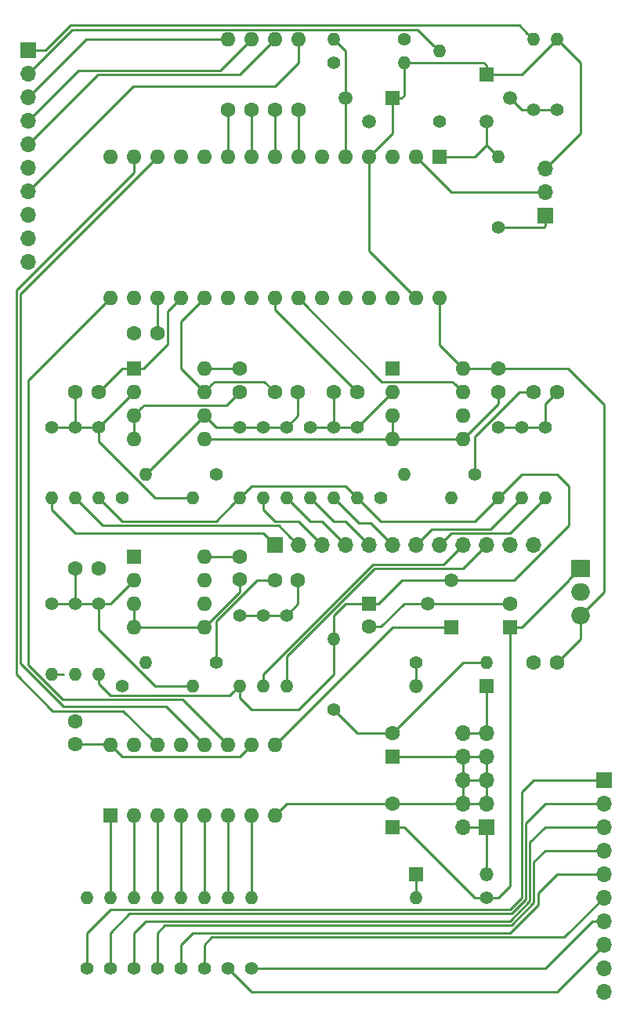
<source format=gbr>
G04 #@! TF.GenerationSoftware,KiCad,Pcbnew,(5.1.5)-3*
G04 #@! TF.CreationDate,2020-03-28T09:43:35+01:00*
G04 #@! TF.ProjectId,GridsNanoV3,47726964-734e-4616-9e6f-56332e6b6963,rev?*
G04 #@! TF.SameCoordinates,Original*
G04 #@! TF.FileFunction,Copper,L2,Bot*
G04 #@! TF.FilePolarity,Positive*
%FSLAX46Y46*%
G04 Gerber Fmt 4.6, Leading zero omitted, Abs format (unit mm)*
G04 Created by KiCad (PCBNEW (5.1.5)-3) date 2020-03-28 09:43:35*
%MOMM*%
%LPD*%
G04 APERTURE LIST*
%ADD10C,1.600000*%
%ADD11O,1.400000X1.400000*%
%ADD12C,1.400000*%
%ADD13O,2.000000X1.905000*%
%ADD14R,2.000000X1.905000*%
%ADD15O,1.600000X1.600000*%
%ADD16R,1.600000X1.600000*%
%ADD17R,1.500000X1.500000*%
%ADD18C,1.500000*%
%ADD19O,1.700000X1.700000*%
%ADD20R,1.700000X1.700000*%
%ADD21O,1.500000X1.500000*%
%ADD22C,0.250000*%
G04 APERTURE END LIST*
D10*
X109260000Y-77470000D03*
X111760000Y-77470000D03*
D11*
X106680000Y-69850000D03*
D12*
X106680000Y-62230000D03*
D11*
X109220000Y-88900000D03*
D12*
X109220000Y-81280000D03*
D10*
X127000000Y-58420000D03*
X127000000Y-55920000D03*
D11*
X111760000Y-88900000D03*
D12*
X111760000Y-81280000D03*
D11*
X149860000Y-69850000D03*
D12*
X142240000Y-69850000D03*
D11*
X121920000Y-90170000D03*
D12*
X114300000Y-90170000D03*
D11*
X144780000Y-67310000D03*
D12*
X152400000Y-67310000D03*
D10*
X133310000Y-78740000D03*
X130810000Y-78740000D03*
D11*
X120650000Y-113030000D03*
D12*
X120650000Y-120650000D03*
D11*
X127000000Y-69850000D03*
D12*
X127000000Y-62230000D03*
D10*
X133310000Y-58420000D03*
X130810000Y-58420000D03*
X109220000Y-93980000D03*
X109220000Y-96480000D03*
D11*
X154940000Y-33020000D03*
D12*
X154940000Y-40640000D03*
D13*
X163830000Y-82550000D03*
X163830000Y-80010000D03*
D14*
X163830000Y-77470000D03*
D11*
X123190000Y-113030000D03*
D12*
X123190000Y-120650000D03*
D15*
X128270000Y-20320000D03*
D10*
X128270000Y-27940000D03*
D11*
X125730000Y-113030000D03*
D12*
X125730000Y-120650000D03*
D11*
X127000000Y-90170000D03*
D12*
X127000000Y-82550000D03*
D11*
X148590000Y-21590000D03*
D12*
X148590000Y-29210000D03*
D11*
X161290000Y-20320000D03*
D12*
X161290000Y-27940000D03*
D11*
X118110000Y-113030000D03*
D12*
X118110000Y-120650000D03*
D11*
X129540000Y-90170000D03*
D12*
X129540000Y-82550000D03*
D11*
X106680000Y-88900000D03*
D12*
X106680000Y-81280000D03*
D11*
X132080000Y-90170000D03*
D12*
X132080000Y-82550000D03*
D15*
X123190000Y-55880000D03*
X115570000Y-63500000D03*
X123190000Y-58420000D03*
X115570000Y-60960000D03*
X123190000Y-60960000D03*
X115570000Y-58420000D03*
X123190000Y-63500000D03*
D16*
X115570000Y-55880000D03*
D11*
X144780000Y-22860000D03*
D12*
X137160000Y-22860000D03*
D10*
X118110000Y-52070000D03*
X115610000Y-52070000D03*
D15*
X130810000Y-20320000D03*
D10*
X130810000Y-27940000D03*
D11*
X121920000Y-69850000D03*
D12*
X114300000Y-69850000D03*
D11*
X110490000Y-113030000D03*
D12*
X110490000Y-120650000D03*
D15*
X123190000Y-76200000D03*
X115570000Y-83820000D03*
X123190000Y-78740000D03*
X115570000Y-81280000D03*
X123190000Y-81280000D03*
X115570000Y-78740000D03*
X123190000Y-83820000D03*
D16*
X115570000Y-76200000D03*
D17*
X149860000Y-83820000D03*
D18*
X149860000Y-78740000D03*
X147320000Y-81280000D03*
D11*
X134620000Y-69850000D03*
D12*
X134620000Y-62230000D03*
D11*
X111760000Y-69850000D03*
D12*
X111760000Y-62230000D03*
D10*
X143510000Y-95290000D03*
D16*
X143510000Y-97790000D03*
D10*
X158790000Y-87630000D03*
X161290000Y-87630000D03*
D19*
X160020000Y-34290000D03*
X160020000Y-36830000D03*
D20*
X160020000Y-39370000D03*
D11*
X137160000Y-69850000D03*
D12*
X137160000Y-62230000D03*
D19*
X104140000Y-44400000D03*
X104140000Y-41860000D03*
X104140000Y-39320000D03*
X104140000Y-36780000D03*
X104140000Y-34240000D03*
X104140000Y-31700000D03*
X104140000Y-29160000D03*
X104140000Y-26620000D03*
X104140000Y-24080000D03*
D20*
X104140000Y-21540000D03*
D19*
X158750000Y-74930000D03*
X156210000Y-74930000D03*
X153670000Y-74930000D03*
X151130000Y-74930000D03*
X148590000Y-74930000D03*
X146050000Y-74930000D03*
X143510000Y-74930000D03*
X140970000Y-74930000D03*
X138430000Y-74930000D03*
X135890000Y-74930000D03*
X133350000Y-74930000D03*
D20*
X130810000Y-74930000D03*
D10*
X156210000Y-81320000D03*
D16*
X156210000Y-83820000D03*
D17*
X143510000Y-26670000D03*
D18*
X138430000Y-26670000D03*
X140970000Y-29210000D03*
D11*
X154940000Y-69850000D03*
D12*
X154940000Y-62230000D03*
D11*
X109220000Y-69850000D03*
D12*
X109220000Y-62230000D03*
D11*
X137160000Y-85090000D03*
D12*
X137160000Y-92710000D03*
D15*
X133350000Y-20320000D03*
D10*
X133350000Y-27940000D03*
D11*
X153670000Y-87630000D03*
D12*
X146050000Y-87630000D03*
D19*
X151130000Y-95250000D03*
X153670000Y-95250000D03*
X151130000Y-97790000D03*
X153670000Y-97790000D03*
X151130000Y-100330000D03*
X153670000Y-100330000D03*
X151130000Y-102870000D03*
X153670000Y-102870000D03*
X151130000Y-105410000D03*
D20*
X153670000Y-105410000D03*
D11*
X113030000Y-113030000D03*
D12*
X113030000Y-120650000D03*
D15*
X125730000Y-20320000D03*
D10*
X125730000Y-27940000D03*
D19*
X166370000Y-123190000D03*
X166370000Y-120650000D03*
X166370000Y-118110000D03*
X166370000Y-115570000D03*
X166370000Y-113030000D03*
X166370000Y-110490000D03*
X166370000Y-107950000D03*
X166370000Y-105410000D03*
X166370000Y-102870000D03*
D20*
X166370000Y-100330000D03*
D11*
X132080000Y-69850000D03*
D12*
X132080000Y-62230000D03*
D11*
X139700000Y-69850000D03*
D12*
X139700000Y-62230000D03*
D11*
X116840000Y-67310000D03*
D12*
X124460000Y-67310000D03*
D17*
X153670000Y-24130000D03*
D18*
X153670000Y-29210000D03*
X156210000Y-26670000D03*
D15*
X113030000Y-48260000D03*
X113030000Y-33020000D03*
X148590000Y-48260000D03*
X115570000Y-33020000D03*
X146050000Y-48260000D03*
X118110000Y-33020000D03*
X143510000Y-48260000D03*
X120650000Y-33020000D03*
X140970000Y-48260000D03*
X123190000Y-33020000D03*
X138430000Y-48260000D03*
X125730000Y-33020000D03*
X135890000Y-48260000D03*
X128270000Y-33020000D03*
X133350000Y-48260000D03*
X130810000Y-33020000D03*
X130810000Y-48260000D03*
X133350000Y-33020000D03*
X128270000Y-48260000D03*
X135890000Y-33020000D03*
X125730000Y-48260000D03*
X138430000Y-33020000D03*
X123190000Y-48260000D03*
X140970000Y-33020000D03*
X120650000Y-48260000D03*
X143510000Y-33020000D03*
X118110000Y-48260000D03*
X146050000Y-33020000D03*
X115570000Y-48260000D03*
D16*
X148590000Y-33020000D03*
D10*
X140970000Y-83780000D03*
D16*
X140970000Y-81280000D03*
D15*
X151130000Y-55880000D03*
X143510000Y-63500000D03*
X151130000Y-58420000D03*
X143510000Y-60960000D03*
X151130000Y-60960000D03*
X143510000Y-58420000D03*
X151130000Y-63500000D03*
D16*
X143510000Y-55880000D03*
D10*
X109260000Y-58420000D03*
X111760000Y-58420000D03*
X143510000Y-102910000D03*
D16*
X143510000Y-105410000D03*
D15*
X113030000Y-96520000D03*
X130810000Y-104140000D03*
X115570000Y-96520000D03*
X128270000Y-104140000D03*
X118110000Y-96520000D03*
X125730000Y-104140000D03*
X120650000Y-96520000D03*
X123190000Y-104140000D03*
X123190000Y-96520000D03*
X120650000Y-104140000D03*
X125730000Y-96520000D03*
X118110000Y-104140000D03*
X128270000Y-96520000D03*
X115570000Y-104140000D03*
X130810000Y-96520000D03*
D16*
X113030000Y-104140000D03*
D21*
X146050000Y-90170000D03*
D17*
X153670000Y-90170000D03*
D11*
X158750000Y-20320000D03*
D12*
X158750000Y-27940000D03*
D10*
X127000000Y-78700000D03*
X127000000Y-76200000D03*
D11*
X116840000Y-87630000D03*
D12*
X124460000Y-87630000D03*
D11*
X146050000Y-113030000D03*
D12*
X153670000Y-113030000D03*
D10*
X161290000Y-58420000D03*
X158790000Y-58420000D03*
D11*
X128270000Y-113030000D03*
D12*
X128270000Y-120650000D03*
D11*
X129540000Y-69850000D03*
D12*
X129540000Y-62230000D03*
D10*
X137200000Y-58420000D03*
X139700000Y-58420000D03*
D21*
X153670000Y-110490000D03*
D17*
X146050000Y-110490000D03*
D11*
X137160000Y-20320000D03*
D12*
X144780000Y-20320000D03*
D11*
X115570000Y-113030000D03*
D12*
X115570000Y-120650000D03*
D11*
X157480000Y-69850000D03*
D12*
X157480000Y-62230000D03*
D11*
X160020000Y-69850000D03*
D12*
X160020000Y-62230000D03*
D10*
X154940000Y-58420000D03*
X154940000Y-55920000D03*
D22*
X143510000Y-83820000D02*
X130810000Y-96520000D01*
X149860000Y-83820000D02*
X143510000Y-83820000D01*
X104140000Y-57150000D02*
X113030000Y-48260000D01*
X120855011Y-91645011D02*
X107908009Y-91645011D01*
X125730000Y-96520000D02*
X120855011Y-91645011D01*
X107908009Y-91645011D02*
X104140000Y-87877002D01*
X104140000Y-87877002D02*
X104140000Y-57150000D01*
X117310001Y-95720001D02*
X118110000Y-96520000D01*
X102870000Y-47409002D02*
X102870000Y-88900000D01*
X115570000Y-34709002D02*
X102870000Y-47409002D01*
X106824999Y-92854999D02*
X114444999Y-92854999D01*
X114444999Y-92854999D02*
X117310001Y-95720001D01*
X102870000Y-88900000D02*
X106824999Y-92854999D01*
X115570000Y-33020000D02*
X115570000Y-34709002D01*
X144780000Y-26400000D02*
X144510000Y-26670000D01*
X116369999Y-60160001D02*
X115570000Y-60960000D01*
X143510000Y-30480000D02*
X140970000Y-33020000D01*
X153670000Y-23130000D02*
X153670000Y-24130000D01*
X160020000Y-34290000D02*
X163830000Y-30480000D01*
X116695001Y-59834999D02*
X116369999Y-60160001D01*
X123190000Y-63500000D02*
X143510000Y-63500000D01*
X140970000Y-43180000D02*
X146050000Y-48260000D01*
X157480000Y-24130000D02*
X161290000Y-20320000D01*
X142280000Y-83780000D02*
X144780000Y-81280000D01*
X151130000Y-100330000D02*
X151130000Y-102870000D01*
X156210000Y-81320000D02*
X147360000Y-81320000D01*
X143510000Y-97790000D02*
X151130000Y-97790000D01*
X144780000Y-22860000D02*
X153400000Y-22860000D01*
X153670000Y-97790000D02*
X153670000Y-100330000D01*
X132080000Y-102870000D02*
X132120000Y-102910000D01*
X125585001Y-59834999D02*
X116695001Y-59834999D01*
X127000000Y-80010000D02*
X123190000Y-83820000D01*
X115570000Y-83820000D02*
X123190000Y-83820000D01*
X143510000Y-26670000D02*
X143510000Y-30480000D01*
X143510000Y-63500000D02*
X151130000Y-63500000D01*
X153400000Y-22860000D02*
X153670000Y-23130000D01*
X144780000Y-81280000D02*
X147320000Y-81280000D01*
X163830000Y-30480000D02*
X163830000Y-22860000D01*
X143510000Y-60960000D02*
X143510000Y-63500000D01*
X154940000Y-59690000D02*
X154940000Y-58420000D01*
X144780000Y-22860000D02*
X144780000Y-26400000D01*
X140970000Y-33020000D02*
X140970000Y-43180000D01*
X151130000Y-102870000D02*
X153670000Y-102870000D01*
X151090000Y-102910000D02*
X151130000Y-102870000D01*
X144510000Y-26670000D02*
X143510000Y-26670000D01*
X163830000Y-22860000D02*
X161989999Y-21019999D01*
X153670000Y-100330000D02*
X151130000Y-100330000D01*
X127000000Y-78700000D02*
X127000000Y-80010000D01*
X153670000Y-24130000D02*
X157480000Y-24130000D01*
X115570000Y-81280000D02*
X115570000Y-83820000D01*
X130810000Y-104140000D02*
X132080000Y-102870000D01*
X127000000Y-58420000D02*
X125585001Y-59834999D01*
X151130000Y-97790000D02*
X153670000Y-97790000D01*
X140970000Y-83780000D02*
X142280000Y-83780000D01*
X161989999Y-21019999D02*
X161290000Y-20320000D01*
X151130000Y-97790000D02*
X151130000Y-100330000D01*
X153670000Y-102870000D02*
X153670000Y-100330000D01*
X115570000Y-60960000D02*
X115570000Y-63500000D01*
X143510000Y-102910000D02*
X151090000Y-102910000D01*
X132120000Y-102910000D02*
X143510000Y-102910000D01*
X151130000Y-63500000D02*
X154940000Y-59690000D01*
X119074989Y-92404989D02*
X122390001Y-95720001D01*
X122390001Y-95720001D02*
X123190000Y-96520000D01*
X103320010Y-47809990D02*
X103320010Y-87693422D01*
X103320010Y-87693422D02*
X108031577Y-92404989D01*
X108031577Y-92404989D02*
X119074989Y-92404989D01*
X118110000Y-33020000D02*
X103320010Y-47809990D01*
X104140000Y-26620000D02*
X110440000Y-20320000D01*
X110440000Y-20320000D02*
X125730000Y-20320000D01*
X109620010Y-23679990D02*
X104989999Y-28310001D01*
X128270000Y-20320000D02*
X124910010Y-23679990D01*
X104989999Y-28310001D02*
X104140000Y-29160000D01*
X124910010Y-23679990D02*
X109620010Y-23679990D01*
X152400000Y-63252998D02*
X157232998Y-58420000D01*
X150330001Y-57620001D02*
X151130000Y-58420000D01*
X152400000Y-67310000D02*
X152400000Y-63252998D01*
X150004999Y-57294999D02*
X150330001Y-57620001D01*
X157658630Y-58420000D02*
X158790000Y-58420000D01*
X142384999Y-57294999D02*
X150004999Y-57294999D01*
X157232998Y-58420000D02*
X157658630Y-58420000D01*
X133350000Y-48260000D02*
X142384999Y-57294999D01*
X111710000Y-24130000D02*
X127000000Y-24130000D01*
X104140000Y-31700000D02*
X111710000Y-24130000D01*
X127000000Y-24130000D02*
X130810000Y-20320000D01*
X130810000Y-49530000D02*
X139700000Y-58420000D01*
X130810000Y-48260000D02*
X130810000Y-49530000D01*
X133350000Y-22860000D02*
X130810000Y-25400000D01*
X130810000Y-25400000D02*
X115520000Y-25400000D01*
X115520000Y-25400000D02*
X104140000Y-36780000D01*
X133350000Y-20320000D02*
X133350000Y-22860000D01*
X124460000Y-83186410D02*
X124460000Y-86640051D01*
X124460000Y-86640051D02*
X124460000Y-87630000D01*
X130810000Y-78740000D02*
X128906410Y-78740000D01*
X128906410Y-78740000D02*
X124460000Y-83186410D01*
X138430000Y-21590000D02*
X137160000Y-20320000D01*
X138430000Y-26670000D02*
X138430000Y-21590000D01*
X138430000Y-26670000D02*
X138430000Y-33020000D01*
X124315001Y-57294999D02*
X123989999Y-57620001D01*
X120650000Y-50800000D02*
X120650000Y-55880000D01*
X120650000Y-55880000D02*
X123190000Y-58420000D01*
X123190000Y-48260000D02*
X120650000Y-50800000D01*
X130810000Y-58420000D02*
X129684999Y-57294999D01*
X123989999Y-57620001D02*
X123190000Y-58420000D01*
X129684999Y-57294999D02*
X124315001Y-57294999D01*
X114300000Y-55880000D02*
X111760000Y-58420000D01*
X115570000Y-55880000D02*
X114300000Y-55880000D01*
X119235001Y-53264999D02*
X116620000Y-55880000D01*
X119235001Y-49674999D02*
X119235001Y-53264999D01*
X120650000Y-48260000D02*
X119235001Y-49674999D01*
X116620000Y-55880000D02*
X115570000Y-55880000D01*
X118110000Y-48260000D02*
X118110000Y-52070000D01*
X149860000Y-36830000D02*
X146050000Y-33020000D01*
X160020000Y-36830000D02*
X149860000Y-36830000D01*
X153670000Y-29210000D02*
X153670000Y-31750000D01*
X152400000Y-33020000D02*
X148590000Y-33020000D01*
X153670000Y-31750000D02*
X152400000Y-33020000D01*
X153670000Y-31750000D02*
X154940000Y-33020000D01*
X133310000Y-61000000D02*
X132080000Y-62230000D01*
X127000000Y-62230000D02*
X124460000Y-62230000D01*
X132080000Y-62230000D02*
X129540000Y-62230000D01*
X124460000Y-62230000D02*
X123190000Y-60960000D01*
X133310000Y-58420000D02*
X133310000Y-61000000D01*
X129540000Y-62230000D02*
X127000000Y-62230000D01*
X116840000Y-67310000D02*
X123190000Y-60960000D01*
X111760000Y-62230000D02*
X109220000Y-62230000D01*
X111760000Y-62230000D02*
X111760000Y-63747002D01*
X120930051Y-69850000D02*
X121920000Y-69850000D01*
X109220000Y-62230000D02*
X109220000Y-58460000D01*
X106680000Y-62230000D02*
X109220000Y-62230000D01*
X111760000Y-63747002D02*
X117862998Y-69850000D01*
X109220000Y-58460000D02*
X109260000Y-58420000D01*
X117862998Y-69850000D02*
X120930051Y-69850000D01*
X115570000Y-58420000D02*
X111760000Y-62230000D01*
X111760000Y-88900000D02*
X111760000Y-89889949D01*
X127000000Y-91440000D02*
X127000000Y-90170000D01*
X128270000Y-92710000D02*
X127000000Y-91440000D01*
X127699999Y-69150001D02*
X127000000Y-69850000D01*
X111760000Y-69850000D02*
X114300000Y-72390000D01*
X124460000Y-72390000D02*
X126300001Y-70549999D01*
X137160000Y-88900000D02*
X133350000Y-92710000D01*
X111760000Y-89889949D02*
X113065052Y-91195001D01*
X161290000Y-67310000D02*
X162560000Y-68580000D01*
X154940000Y-69850000D02*
X157480000Y-67310000D01*
X162560000Y-72859002D02*
X156679002Y-78740000D01*
X137160000Y-85090000D02*
X137160000Y-82550000D01*
X126300001Y-90869999D02*
X127000000Y-90170000D01*
X126300001Y-70549999D02*
X127000000Y-69850000D01*
X114300000Y-72390000D02*
X124460000Y-72390000D01*
X148799340Y-78740000D02*
X149860000Y-78740000D01*
X133350000Y-92710000D02*
X128270000Y-92710000D01*
X138430000Y-81280000D02*
X140970000Y-81280000D01*
X128270000Y-68580000D02*
X127699999Y-69150001D01*
X137160000Y-85090000D02*
X137160000Y-88900000D01*
X140970000Y-81280000D02*
X142020000Y-81280000D01*
X154940000Y-69850000D02*
X152400000Y-72390000D01*
X125974999Y-91195001D02*
X126300001Y-90869999D01*
X157480000Y-67310000D02*
X161290000Y-67310000D01*
X142240000Y-72390000D02*
X139700000Y-69850000D01*
X156679002Y-78740000D02*
X149860000Y-78740000D01*
X142020000Y-81280000D02*
X144560000Y-78740000D01*
X113065052Y-91195001D02*
X125974999Y-91195001D01*
X162560000Y-68580000D02*
X162560000Y-72859002D01*
X137160000Y-82550000D02*
X138430000Y-81280000D01*
X139700000Y-69850000D02*
X138430000Y-68580000D01*
X144560000Y-78740000D02*
X148799340Y-78740000D01*
X138430000Y-68580000D02*
X128270000Y-68580000D01*
X152400000Y-72390000D02*
X142240000Y-72390000D01*
X133310000Y-81320000D02*
X132080000Y-82550000D01*
X133310000Y-78740000D02*
X133310000Y-81320000D01*
X129540000Y-82550000D02*
X127000000Y-82550000D01*
X132080000Y-82550000D02*
X129540000Y-82550000D01*
X109220000Y-81280000D02*
X106680000Y-81280000D01*
X111760000Y-81280000D02*
X111760000Y-84067002D01*
X111760000Y-84067002D02*
X117862998Y-90170000D01*
X109260000Y-81240000D02*
X109220000Y-81280000D01*
X113030000Y-81280000D02*
X115570000Y-78740000D01*
X109260000Y-77470000D02*
X109260000Y-81240000D01*
X120930051Y-90170000D02*
X121920000Y-90170000D01*
X111760000Y-81280000D02*
X113030000Y-81280000D01*
X109220000Y-81280000D02*
X111760000Y-81280000D01*
X117862998Y-90170000D02*
X120930051Y-90170000D01*
X154940000Y-62230000D02*
X157480000Y-62230000D01*
X160020000Y-59690000D02*
X161290000Y-58420000D01*
X157480000Y-62230000D02*
X160020000Y-62230000D01*
X160020000Y-62230000D02*
X160020000Y-59690000D01*
X143510000Y-58420000D02*
X139700000Y-62230000D01*
X139700000Y-62230000D02*
X137160000Y-62230000D01*
X137160000Y-62230000D02*
X137160000Y-58460000D01*
X135890000Y-62230000D02*
X139700000Y-62230000D01*
X134620000Y-62230000D02*
X137160000Y-62230000D01*
X137160000Y-58460000D02*
X137200000Y-58420000D01*
X141603590Y-77470000D02*
X151130000Y-77470000D01*
X132080000Y-90170000D02*
X132080000Y-86993590D01*
X151130000Y-77470000D02*
X153670000Y-74930000D01*
X132080000Y-86993590D02*
X141603590Y-77470000D01*
X140970000Y-74930000D02*
X138430000Y-72390000D01*
X137160000Y-72390000D02*
X135319999Y-70549999D01*
X138430000Y-72390000D02*
X137160000Y-72390000D01*
X135319999Y-70549999D02*
X134620000Y-69850000D01*
X149040010Y-77019990D02*
X141417189Y-77019991D01*
X129540000Y-89180051D02*
X129540000Y-90170000D01*
X141417189Y-77019991D02*
X129540000Y-88897180D01*
X129540000Y-88897180D02*
X129540000Y-89180051D01*
X151130000Y-74930000D02*
X149040010Y-77019990D01*
X141156400Y-72576400D02*
X143510000Y-74930000D01*
X139886400Y-72576400D02*
X141156400Y-72576400D01*
X137160000Y-69850000D02*
X139886400Y-72576400D01*
X106680000Y-88900000D02*
X107950000Y-88900000D01*
X130810000Y-74930000D02*
X129540000Y-73660000D01*
X106680000Y-71120000D02*
X106680000Y-69850000D01*
X129540000Y-73660000D02*
X109220000Y-73660000D01*
X109220000Y-73660000D02*
X106680000Y-71120000D01*
X135890000Y-72390000D02*
X134620000Y-72390000D01*
X138430000Y-74930000D02*
X135890000Y-72390000D01*
X134620000Y-72390000D02*
X132080000Y-69850000D01*
X104140000Y-21540000D02*
X106043590Y-21540000D01*
X157274989Y-18844989D02*
X158050001Y-19620001D01*
X158050001Y-19620001D02*
X158750000Y-20320000D01*
X106043590Y-21540000D02*
X108738601Y-18844989D01*
X108738601Y-18844989D02*
X157274989Y-18844989D01*
X104140000Y-24080000D02*
X108925001Y-19294999D01*
X146294999Y-19294999D02*
X147890001Y-20890001D01*
X147890001Y-20890001D02*
X148590000Y-21590000D01*
X108925001Y-19294999D02*
X146294999Y-19294999D01*
X129540000Y-71120000D02*
X129540000Y-69850000D01*
X135890000Y-74930000D02*
X133350000Y-72390000D01*
X133350000Y-72390000D02*
X130810000Y-72390000D01*
X130810000Y-72390000D02*
X129540000Y-71120000D01*
X112210010Y-72840010D02*
X131260010Y-72840010D01*
X109220000Y-69850000D02*
X112210010Y-72840010D01*
X132500001Y-74080001D02*
X133350000Y-74930000D01*
X131260010Y-72840010D02*
X132500001Y-74080001D01*
X154120010Y-73209990D02*
X147770010Y-73209990D01*
X157480000Y-69850000D02*
X154120010Y-73209990D01*
X146899999Y-74080001D02*
X146050000Y-74930000D01*
X147770010Y-73209990D02*
X146899999Y-74080001D01*
X148590000Y-74930000D02*
X149860000Y-73660000D01*
X149860000Y-73660000D02*
X156210000Y-73660000D01*
X156210000Y-73660000D02*
X160020000Y-69850000D01*
X156210000Y-111760000D02*
X154940000Y-113030000D01*
X162580000Y-78720000D02*
X162580000Y-78672500D01*
X156210000Y-83820000D02*
X156210000Y-111760000D01*
X156210000Y-83820000D02*
X157480000Y-83820000D01*
X153670000Y-113030000D02*
X152400000Y-113030000D01*
X157480000Y-83820000D02*
X162580000Y-78720000D01*
X154940000Y-113030000D02*
X153670000Y-113030000D01*
X163782500Y-77470000D02*
X163830000Y-77470000D01*
X162580000Y-78672500D02*
X163782500Y-77470000D01*
X144780000Y-105410000D02*
X143510000Y-105410000D01*
X152400000Y-113030000D02*
X144780000Y-105410000D01*
X151170000Y-87630000D02*
X143510000Y-95290000D01*
X143510000Y-95290000D02*
X139740000Y-95290000D01*
X139740000Y-95290000D02*
X137160000Y-92710000D01*
X153670000Y-87630000D02*
X151170000Y-87630000D01*
X153670000Y-105410000D02*
X153670000Y-110490000D01*
X151130000Y-105410000D02*
X153670000Y-105410000D01*
X146050000Y-110490000D02*
X146050000Y-113030000D01*
X146050000Y-90170000D02*
X146050000Y-87630000D01*
X153670000Y-95250000D02*
X153670000Y-90170000D01*
X151130000Y-95250000D02*
X153670000Y-95250000D01*
X157480000Y-27940000D02*
X156210000Y-26670000D01*
X158750000Y-27940000D02*
X161290000Y-27940000D01*
X158750000Y-27940000D02*
X157480000Y-27940000D01*
X110490000Y-116840000D02*
X113030000Y-114300000D01*
X157480000Y-101600000D02*
X158750000Y-100330000D01*
X158750000Y-100330000D02*
X166370000Y-100330000D01*
X113030000Y-114300000D02*
X156210000Y-114300000D01*
X110490000Y-120650000D02*
X110490000Y-116840000D01*
X157480000Y-113030000D02*
X157480000Y-101600000D01*
X156210000Y-114300000D02*
X157480000Y-113030000D01*
X113030000Y-113030000D02*
X113030000Y-104140000D01*
X157930010Y-104959990D02*
X157930010Y-113216400D01*
X166370000Y-102870000D02*
X160020000Y-102870000D01*
X115119990Y-114750010D02*
X113030000Y-116840000D01*
X160020000Y-102870000D02*
X157930010Y-104959990D01*
X157930010Y-113216400D02*
X156396400Y-114750010D01*
X113030000Y-116840000D02*
X113030000Y-120650000D01*
X156396400Y-114750010D02*
X115119990Y-114750010D01*
X115570000Y-104140000D02*
X115570000Y-113030000D01*
X115570000Y-116840000D02*
X115570000Y-119660051D01*
X158380020Y-107049980D02*
X158380019Y-113402801D01*
X160020000Y-105410000D02*
X158380020Y-107049980D01*
X116840000Y-115570000D02*
X115570000Y-116840000D01*
X156212820Y-115570000D02*
X116840000Y-115570000D01*
X166370000Y-105410000D02*
X160020000Y-105410000D01*
X115570000Y-119660051D02*
X115570000Y-120650000D01*
X158380019Y-113402801D02*
X156212820Y-115570000D01*
X118110000Y-113030000D02*
X118110000Y-104140000D01*
X158830029Y-109139971D02*
X158830028Y-113589202D01*
X118929990Y-116020010D02*
X118110000Y-116840000D01*
X156399220Y-116020010D02*
X118929990Y-116020010D01*
X118110000Y-116840000D02*
X118110000Y-120650000D01*
X166370000Y-107950000D02*
X160020000Y-107950000D01*
X160020000Y-107950000D02*
X158830029Y-109139971D01*
X158830028Y-113589202D02*
X156399220Y-116020010D01*
X120650000Y-104140000D02*
X120650000Y-113030000D01*
X161290000Y-110490000D02*
X159280038Y-112499962D01*
X121920000Y-116840000D02*
X120650000Y-118110000D01*
X159280038Y-112499962D02*
X159280037Y-113775603D01*
X159280037Y-113775603D02*
X156215640Y-116840000D01*
X166370000Y-110490000D02*
X161290000Y-110490000D01*
X156215640Y-116840000D02*
X121920000Y-116840000D01*
X120650000Y-118110000D02*
X120650000Y-120650000D01*
X123190000Y-113030000D02*
X123190000Y-104140000D01*
X124009990Y-117290010D02*
X123190000Y-118110000D01*
X123190000Y-118110000D02*
X123190000Y-120650000D01*
X166370000Y-113030000D02*
X162109990Y-117290010D01*
X162109990Y-117290010D02*
X124009990Y-117290010D01*
X125730000Y-104140000D02*
X125730000Y-113030000D01*
X166370000Y-118110000D02*
X161290000Y-123190000D01*
X161290000Y-123190000D02*
X128270000Y-123190000D01*
X128270000Y-123190000D02*
X125730000Y-120650000D01*
X128270000Y-113030000D02*
X128270000Y-104140000D01*
X160020000Y-120650000D02*
X128270000Y-120650000D01*
X165100000Y-115570000D02*
X160020000Y-120650000D01*
X166370000Y-115570000D02*
X165100000Y-115570000D01*
X125730000Y-27940000D02*
X125730000Y-33020000D01*
X128270000Y-27940000D02*
X128270000Y-33020000D01*
X130810000Y-27940000D02*
X130810000Y-33020000D01*
X133350000Y-27940000D02*
X133350000Y-33020000D01*
X154900000Y-55880000D02*
X154940000Y-55920000D01*
X166370000Y-59770000D02*
X166370000Y-80057500D01*
X148590000Y-53340000D02*
X151130000Y-55880000D01*
X123190000Y-55880000D02*
X126960000Y-55880000D01*
X159850000Y-40640000D02*
X160020000Y-40470000D01*
X163877500Y-82550000D02*
X163830000Y-82550000D01*
X163830000Y-85090000D02*
X161290000Y-87630000D01*
X166370000Y-80057500D02*
X163877500Y-82550000D01*
X112990000Y-96480000D02*
X113030000Y-96520000D01*
X148590000Y-48260000D02*
X148590000Y-53340000D01*
X162520000Y-55920000D02*
X166370000Y-59770000D01*
X154940000Y-40640000D02*
X159850000Y-40640000D01*
X151130000Y-55880000D02*
X154900000Y-55880000D01*
X126960000Y-55880000D02*
X127000000Y-55920000D01*
X154940000Y-55920000D02*
X162520000Y-55920000D01*
X127000000Y-76200000D02*
X123190000Y-76200000D01*
X127000000Y-97790000D02*
X114300000Y-97790000D01*
X128270000Y-96520000D02*
X127000000Y-97790000D01*
X114300000Y-97790000D02*
X113829999Y-97319999D01*
X160020000Y-40470000D02*
X160020000Y-39370000D01*
X109220000Y-96480000D02*
X112990000Y-96480000D01*
X113829999Y-97319999D02*
X113030000Y-96520000D01*
X163830000Y-82550000D02*
X163830000Y-85090000D01*
M02*

</source>
